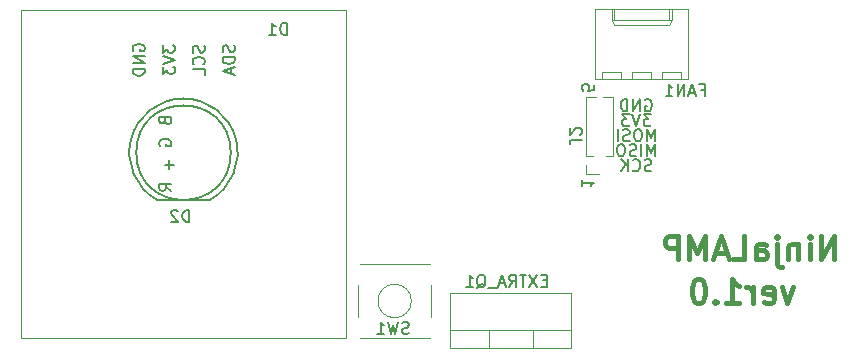
<source format=gbo>
G04 #@! TF.GenerationSoftware,KiCad,Pcbnew,(5.1.6-0-10_14)*
G04 #@! TF.CreationDate,2020-10-28T15:49:20+09:00*
G04 #@! TF.ProjectId,NinjaLAMP,4e696e6a-614c-4414-9d50-2e6b69636164,rev?*
G04 #@! TF.SameCoordinates,Original*
G04 #@! TF.FileFunction,Legend,Bot*
G04 #@! TF.FilePolarity,Positive*
%FSLAX46Y46*%
G04 Gerber Fmt 4.6, Leading zero omitted, Abs format (unit mm)*
G04 Created by KiCad (PCBNEW (5.1.6-0-10_14)) date 2020-10-28 15:49:20*
%MOMM*%
%LPD*%
G01*
G04 APERTURE LIST*
%ADD10C,0.400000*%
%ADD11C,0.150000*%
%ADD12C,0.120000*%
%ADD13C,0.127000*%
G04 APERTURE END LIST*
D10*
X185125833Y-112038428D02*
X184649642Y-113371761D01*
X184173452Y-112038428D01*
X182649642Y-113276523D02*
X182840119Y-113371761D01*
X183221071Y-113371761D01*
X183411547Y-113276523D01*
X183506785Y-113086047D01*
X183506785Y-112324142D01*
X183411547Y-112133666D01*
X183221071Y-112038428D01*
X182840119Y-112038428D01*
X182649642Y-112133666D01*
X182554404Y-112324142D01*
X182554404Y-112514619D01*
X183506785Y-112705095D01*
X181697261Y-113371761D02*
X181697261Y-112038428D01*
X181697261Y-112419380D02*
X181602023Y-112228904D01*
X181506785Y-112133666D01*
X181316309Y-112038428D01*
X181125833Y-112038428D01*
X179411547Y-113371761D02*
X180554404Y-113371761D01*
X179982976Y-113371761D02*
X179982976Y-111371761D01*
X180173452Y-111657476D01*
X180363928Y-111847952D01*
X180554404Y-111943190D01*
X178554404Y-113181285D02*
X178459166Y-113276523D01*
X178554404Y-113371761D01*
X178649642Y-113276523D01*
X178554404Y-113181285D01*
X178554404Y-113371761D01*
X177221071Y-111371761D02*
X177030595Y-111371761D01*
X176840119Y-111467000D01*
X176744880Y-111562238D01*
X176649642Y-111752714D01*
X176554404Y-112133666D01*
X176554404Y-112609857D01*
X176649642Y-112990809D01*
X176744880Y-113181285D01*
X176840119Y-113276523D01*
X177030595Y-113371761D01*
X177221071Y-113371761D01*
X177411547Y-113276523D01*
X177506785Y-113181285D01*
X177602023Y-112990809D01*
X177697261Y-112609857D01*
X177697261Y-112133666D01*
X177602023Y-111752714D01*
X177506785Y-111562238D01*
X177411547Y-111467000D01*
X177221071Y-111371761D01*
X188625357Y-109701761D02*
X188625357Y-107701761D01*
X187482500Y-109701761D01*
X187482500Y-107701761D01*
X186530119Y-109701761D02*
X186530119Y-108368428D01*
X186530119Y-107701761D02*
X186625357Y-107797000D01*
X186530119Y-107892238D01*
X186434880Y-107797000D01*
X186530119Y-107701761D01*
X186530119Y-107892238D01*
X185577738Y-108368428D02*
X185577738Y-109701761D01*
X185577738Y-108558904D02*
X185482500Y-108463666D01*
X185292023Y-108368428D01*
X185006309Y-108368428D01*
X184815833Y-108463666D01*
X184720595Y-108654142D01*
X184720595Y-109701761D01*
X183768214Y-108368428D02*
X183768214Y-110082714D01*
X183863452Y-110273190D01*
X184053928Y-110368428D01*
X184149166Y-110368428D01*
X183768214Y-107701761D02*
X183863452Y-107797000D01*
X183768214Y-107892238D01*
X183672976Y-107797000D01*
X183768214Y-107701761D01*
X183768214Y-107892238D01*
X181958690Y-109701761D02*
X181958690Y-108654142D01*
X182053928Y-108463666D01*
X182244404Y-108368428D01*
X182625357Y-108368428D01*
X182815833Y-108463666D01*
X181958690Y-109606523D02*
X182149166Y-109701761D01*
X182625357Y-109701761D01*
X182815833Y-109606523D01*
X182911071Y-109416047D01*
X182911071Y-109225571D01*
X182815833Y-109035095D01*
X182625357Y-108939857D01*
X182149166Y-108939857D01*
X181958690Y-108844619D01*
X180053928Y-109701761D02*
X181006309Y-109701761D01*
X181006309Y-107701761D01*
X179482500Y-109130333D02*
X178530119Y-109130333D01*
X179672976Y-109701761D02*
X179006309Y-107701761D01*
X178339642Y-109701761D01*
X177672976Y-109701761D02*
X177672976Y-107701761D01*
X177006309Y-109130333D01*
X176339642Y-107701761D01*
X176339642Y-109701761D01*
X175387261Y-109701761D02*
X175387261Y-107701761D01*
X174625357Y-107701761D01*
X174434880Y-107797000D01*
X174339642Y-107892238D01*
X174244404Y-108082714D01*
X174244404Y-108368428D01*
X174339642Y-108558904D01*
X174434880Y-108654142D01*
X174625357Y-108749380D01*
X175387261Y-108749380D01*
D11*
X173138214Y-102171761D02*
X172995357Y-102219380D01*
X172757261Y-102219380D01*
X172662023Y-102171761D01*
X172614404Y-102124142D01*
X172566785Y-102028904D01*
X172566785Y-101933666D01*
X172614404Y-101838428D01*
X172662023Y-101790809D01*
X172757261Y-101743190D01*
X172947738Y-101695571D01*
X173042976Y-101647952D01*
X173090595Y-101600333D01*
X173138214Y-101505095D01*
X173138214Y-101409857D01*
X173090595Y-101314619D01*
X173042976Y-101267000D01*
X172947738Y-101219380D01*
X172709642Y-101219380D01*
X172566785Y-101267000D01*
X171566785Y-102124142D02*
X171614404Y-102171761D01*
X171757261Y-102219380D01*
X171852500Y-102219380D01*
X171995357Y-102171761D01*
X172090595Y-102076523D01*
X172138214Y-101981285D01*
X172185833Y-101790809D01*
X172185833Y-101647952D01*
X172138214Y-101457476D01*
X172090595Y-101362238D01*
X171995357Y-101267000D01*
X171852500Y-101219380D01*
X171757261Y-101219380D01*
X171614404Y-101267000D01*
X171566785Y-101314619D01*
X171138214Y-102219380D02*
X171138214Y-101219380D01*
X170566785Y-102219380D02*
X170995357Y-101647952D01*
X170566785Y-101219380D02*
X171138214Y-101790809D01*
X173423928Y-100949380D02*
X173423928Y-99949380D01*
X173090595Y-100663666D01*
X172757261Y-99949380D01*
X172757261Y-100949380D01*
X172281071Y-100949380D02*
X172281071Y-99949380D01*
X171852500Y-100901761D02*
X171709642Y-100949380D01*
X171471547Y-100949380D01*
X171376309Y-100901761D01*
X171328690Y-100854142D01*
X171281071Y-100758904D01*
X171281071Y-100663666D01*
X171328690Y-100568428D01*
X171376309Y-100520809D01*
X171471547Y-100473190D01*
X171662023Y-100425571D01*
X171757261Y-100377952D01*
X171804880Y-100330333D01*
X171852500Y-100235095D01*
X171852500Y-100139857D01*
X171804880Y-100044619D01*
X171757261Y-99997000D01*
X171662023Y-99949380D01*
X171423928Y-99949380D01*
X171281071Y-99997000D01*
X170662023Y-99949380D02*
X170471547Y-99949380D01*
X170376309Y-99997000D01*
X170281071Y-100092238D01*
X170233452Y-100282714D01*
X170233452Y-100616047D01*
X170281071Y-100806523D01*
X170376309Y-100901761D01*
X170471547Y-100949380D01*
X170662023Y-100949380D01*
X170757261Y-100901761D01*
X170852500Y-100806523D01*
X170900119Y-100616047D01*
X170900119Y-100282714D01*
X170852500Y-100092238D01*
X170757261Y-99997000D01*
X170662023Y-99949380D01*
X173423928Y-99679380D02*
X173423928Y-98679380D01*
X173090595Y-99393666D01*
X172757261Y-98679380D01*
X172757261Y-99679380D01*
X172090595Y-98679380D02*
X171900119Y-98679380D01*
X171804880Y-98727000D01*
X171709642Y-98822238D01*
X171662023Y-99012714D01*
X171662023Y-99346047D01*
X171709642Y-99536523D01*
X171804880Y-99631761D01*
X171900119Y-99679380D01*
X172090595Y-99679380D01*
X172185833Y-99631761D01*
X172281071Y-99536523D01*
X172328690Y-99346047D01*
X172328690Y-99012714D01*
X172281071Y-98822238D01*
X172185833Y-98727000D01*
X172090595Y-98679380D01*
X171281071Y-99631761D02*
X171138214Y-99679380D01*
X170900119Y-99679380D01*
X170804880Y-99631761D01*
X170757261Y-99584142D01*
X170709642Y-99488904D01*
X170709642Y-99393666D01*
X170757261Y-99298428D01*
X170804880Y-99250809D01*
X170900119Y-99203190D01*
X171090595Y-99155571D01*
X171185833Y-99107952D01*
X171233452Y-99060333D01*
X171281071Y-98965095D01*
X171281071Y-98869857D01*
X171233452Y-98774619D01*
X171185833Y-98727000D01*
X171090595Y-98679380D01*
X170852500Y-98679380D01*
X170709642Y-98727000D01*
X170281071Y-99679380D02*
X170281071Y-98679380D01*
X173090595Y-97409380D02*
X172471547Y-97409380D01*
X172804880Y-97790333D01*
X172662023Y-97790333D01*
X172566785Y-97837952D01*
X172519166Y-97885571D01*
X172471547Y-97980809D01*
X172471547Y-98218904D01*
X172519166Y-98314142D01*
X172566785Y-98361761D01*
X172662023Y-98409380D01*
X172947738Y-98409380D01*
X173042976Y-98361761D01*
X173090595Y-98314142D01*
X172185833Y-97409380D02*
X171852500Y-98409380D01*
X171519166Y-97409380D01*
X171281071Y-97409380D02*
X170662023Y-97409380D01*
X170995357Y-97790333D01*
X170852500Y-97790333D01*
X170757261Y-97837952D01*
X170709642Y-97885571D01*
X170662023Y-97980809D01*
X170662023Y-98218904D01*
X170709642Y-98314142D01*
X170757261Y-98361761D01*
X170852500Y-98409380D01*
X171138214Y-98409380D01*
X171233452Y-98361761D01*
X171281071Y-98314142D01*
X172614404Y-96187000D02*
X172709642Y-96139380D01*
X172852500Y-96139380D01*
X172995357Y-96187000D01*
X173090595Y-96282238D01*
X173138214Y-96377476D01*
X173185833Y-96567952D01*
X173185833Y-96710809D01*
X173138214Y-96901285D01*
X173090595Y-96996523D01*
X172995357Y-97091761D01*
X172852500Y-97139380D01*
X172757261Y-97139380D01*
X172614404Y-97091761D01*
X172566785Y-97044142D01*
X172566785Y-96710809D01*
X172757261Y-96710809D01*
X172138214Y-97139380D02*
X172138214Y-96139380D01*
X171566785Y-97139380D01*
X171566785Y-96139380D01*
X171090595Y-97139380D02*
X171090595Y-96139380D01*
X170852500Y-96139380D01*
X170709642Y-96187000D01*
X170614404Y-96282238D01*
X170566785Y-96377476D01*
X170519166Y-96567952D01*
X170519166Y-96710809D01*
X170566785Y-96901285D01*
X170614404Y-96996523D01*
X170709642Y-97091761D01*
X170852500Y-97139380D01*
X171090595Y-97139380D01*
X168270119Y-94898904D02*
X168270119Y-95375095D01*
X167793928Y-95422714D01*
X167841547Y-95375095D01*
X167889166Y-95279857D01*
X167889166Y-95041761D01*
X167841547Y-94946523D01*
X167793928Y-94898904D01*
X167698690Y-94851285D01*
X167460595Y-94851285D01*
X167365357Y-94898904D01*
X167317738Y-94946523D01*
X167270119Y-95041761D01*
X167270119Y-95279857D01*
X167317738Y-95375095D01*
X167365357Y-95422714D01*
X167270119Y-102951285D02*
X167270119Y-103522714D01*
X167270119Y-103237000D02*
X168270119Y-103237000D01*
X168127261Y-103332238D01*
X168032023Y-103427476D01*
X167984404Y-103522714D01*
X137797261Y-91582714D02*
X137844880Y-91725571D01*
X137844880Y-91963666D01*
X137797261Y-92058904D01*
X137749642Y-92106523D01*
X137654404Y-92154142D01*
X137559166Y-92154142D01*
X137463928Y-92106523D01*
X137416309Y-92058904D01*
X137368690Y-91963666D01*
X137321071Y-91773190D01*
X137273452Y-91677952D01*
X137225833Y-91630333D01*
X137130595Y-91582714D01*
X137035357Y-91582714D01*
X136940119Y-91630333D01*
X136892500Y-91677952D01*
X136844880Y-91773190D01*
X136844880Y-92011285D01*
X136892500Y-92154142D01*
X137844880Y-92582714D02*
X136844880Y-92582714D01*
X136844880Y-92820809D01*
X136892500Y-92963666D01*
X136987738Y-93058904D01*
X137082976Y-93106523D01*
X137273452Y-93154142D01*
X137416309Y-93154142D01*
X137606785Y-93106523D01*
X137702023Y-93058904D01*
X137797261Y-92963666D01*
X137844880Y-92820809D01*
X137844880Y-92582714D01*
X137559166Y-93535095D02*
X137559166Y-94011285D01*
X137844880Y-93439857D02*
X136844880Y-93773190D01*
X137844880Y-94106523D01*
X135257261Y-91606523D02*
X135304880Y-91749380D01*
X135304880Y-91987476D01*
X135257261Y-92082714D01*
X135209642Y-92130333D01*
X135114404Y-92177952D01*
X135019166Y-92177952D01*
X134923928Y-92130333D01*
X134876309Y-92082714D01*
X134828690Y-91987476D01*
X134781071Y-91797000D01*
X134733452Y-91701761D01*
X134685833Y-91654142D01*
X134590595Y-91606523D01*
X134495357Y-91606523D01*
X134400119Y-91654142D01*
X134352500Y-91701761D01*
X134304880Y-91797000D01*
X134304880Y-92035095D01*
X134352500Y-92177952D01*
X135209642Y-93177952D02*
X135257261Y-93130333D01*
X135304880Y-92987476D01*
X135304880Y-92892238D01*
X135257261Y-92749380D01*
X135162023Y-92654142D01*
X135066785Y-92606523D01*
X134876309Y-92558904D01*
X134733452Y-92558904D01*
X134542976Y-92606523D01*
X134447738Y-92654142D01*
X134352500Y-92749380D01*
X134304880Y-92892238D01*
X134304880Y-92987476D01*
X134352500Y-93130333D01*
X134400119Y-93177952D01*
X135304880Y-94082714D02*
X135304880Y-93606523D01*
X134304880Y-93606523D01*
X131764880Y-91558904D02*
X131764880Y-92177952D01*
X132145833Y-91844619D01*
X132145833Y-91987476D01*
X132193452Y-92082714D01*
X132241071Y-92130333D01*
X132336309Y-92177952D01*
X132574404Y-92177952D01*
X132669642Y-92130333D01*
X132717261Y-92082714D01*
X132764880Y-91987476D01*
X132764880Y-91701761D01*
X132717261Y-91606523D01*
X132669642Y-91558904D01*
X131764880Y-92463666D02*
X132764880Y-92797000D01*
X131764880Y-93130333D01*
X131764880Y-93368428D02*
X131764880Y-93987476D01*
X132145833Y-93654142D01*
X132145833Y-93797000D01*
X132193452Y-93892238D01*
X132241071Y-93939857D01*
X132336309Y-93987476D01*
X132574404Y-93987476D01*
X132669642Y-93939857D01*
X132717261Y-93892238D01*
X132764880Y-93797000D01*
X132764880Y-93511285D01*
X132717261Y-93416047D01*
X132669642Y-93368428D01*
X129272500Y-92035095D02*
X129224880Y-91939857D01*
X129224880Y-91797000D01*
X129272500Y-91654142D01*
X129367738Y-91558904D01*
X129462976Y-91511285D01*
X129653452Y-91463666D01*
X129796309Y-91463666D01*
X129986785Y-91511285D01*
X130082023Y-91558904D01*
X130177261Y-91654142D01*
X130224880Y-91797000D01*
X130224880Y-91892238D01*
X130177261Y-92035095D01*
X130129642Y-92082714D01*
X129796309Y-92082714D01*
X129796309Y-91892238D01*
X130224880Y-92511285D02*
X129224880Y-92511285D01*
X130224880Y-93082714D01*
X129224880Y-93082714D01*
X130224880Y-93558904D02*
X129224880Y-93558904D01*
X129224880Y-93797000D01*
X129272500Y-93939857D01*
X129367738Y-94035095D01*
X129462976Y-94082714D01*
X129653452Y-94130333D01*
X129796309Y-94130333D01*
X129986785Y-94082714D01*
X130082023Y-94035095D01*
X130177261Y-93939857D01*
X130224880Y-93797000D01*
X130224880Y-93558904D01*
D12*
G04 #@! TO.C,J2*
X167622500Y-102457000D02*
X168732500Y-102457000D01*
X167622500Y-101697000D02*
X167622500Y-102457000D01*
X169295971Y-100937000D02*
X169842500Y-100937000D01*
X167622500Y-100937000D02*
X168169029Y-100937000D01*
X169842500Y-100937000D02*
X169842500Y-95922000D01*
X167622500Y-100937000D02*
X167622500Y-95922000D01*
X169040030Y-95922000D02*
X169842500Y-95922000D01*
X167622500Y-95922000D02*
X168424970Y-95922000D01*
G04 #@! TO.C,D1*
X147270000Y-88540000D02*
X147270000Y-116340000D01*
X119770000Y-88540000D02*
X119770000Y-116340000D01*
X147270000Y-116340000D02*
X119770000Y-116340000D01*
X147270000Y-88540000D02*
X119770000Y-88540000D01*
D13*
G04 #@! TO.C,D2*
X135766792Y-104659686D02*
X131266792Y-104659686D01*
X137516792Y-100659686D02*
G75*
G03*
X137516792Y-100659686I-4000000J0D01*
G01*
X135786626Y-104648465D02*
G75*
G03*
X131266792Y-104659686I-2269834J3988779D01*
G01*
D12*
G04 #@! TO.C,FAN1*
X168389100Y-94459800D02*
X168389100Y-88459800D01*
X168389100Y-88459800D02*
X176209100Y-88459800D01*
X176209100Y-88459800D02*
X176209100Y-94459800D01*
X176209100Y-94459800D02*
X168389100Y-94459800D01*
X169759100Y-88459800D02*
X169759100Y-89459800D01*
X169759100Y-89459800D02*
X174839100Y-89459800D01*
X174839100Y-89459800D02*
X174839100Y-88459800D01*
X169759100Y-89459800D02*
X170009100Y-89889800D01*
X170009100Y-89889800D02*
X174589100Y-89889800D01*
X174589100Y-89889800D02*
X174839100Y-89459800D01*
X170009100Y-88459800D02*
X170009100Y-89459800D01*
X174589100Y-88459800D02*
X174589100Y-89459800D01*
X168959100Y-94459800D02*
X168959100Y-93839800D01*
X168959100Y-93839800D02*
X170559100Y-93839800D01*
X170559100Y-93839800D02*
X170559100Y-94459800D01*
X171499100Y-94459800D02*
X171499100Y-93839800D01*
X171499100Y-93839800D02*
X173099100Y-93839800D01*
X173099100Y-93839800D02*
X173099100Y-94459800D01*
X174039100Y-94459800D02*
X174039100Y-93839800D01*
X174039100Y-93839800D02*
X175639100Y-93839800D01*
X175639100Y-93839800D02*
X175639100Y-94459800D01*
G04 #@! TO.C,EXTRA_Q1*
X163073500Y-117177000D02*
X163073500Y-115667000D01*
X159372500Y-117177000D02*
X159372500Y-115667000D01*
X156102500Y-115667000D02*
X166342500Y-115667000D01*
X166342500Y-117177000D02*
X166342500Y-112536000D01*
X156102500Y-117177000D02*
X156102500Y-112536000D01*
X156102500Y-112536000D02*
X166342500Y-112536000D01*
X156102500Y-117177000D02*
X166342500Y-117177000D01*
G04 #@! TO.C,SW1*
X152806714Y-113217000D02*
G75*
G03*
X152806714Y-113217000I-1414214J0D01*
G01*
X154362500Y-116337000D02*
X148422500Y-116337000D01*
X154362500Y-110097000D02*
X148422500Y-110097000D01*
X154512500Y-114557000D02*
X154512500Y-111877000D01*
X148272500Y-111877000D02*
X148272500Y-114557000D01*
G04 #@! TO.C,J2*
D11*
X167220119Y-99560333D02*
X166505833Y-99560333D01*
X166362976Y-99607952D01*
X166267738Y-99703190D01*
X166220119Y-99846047D01*
X166220119Y-99941285D01*
X167124880Y-99131761D02*
X167172500Y-99084142D01*
X167220119Y-98988904D01*
X167220119Y-98750809D01*
X167172500Y-98655571D01*
X167124880Y-98607952D01*
X167029642Y-98560333D01*
X166934404Y-98560333D01*
X166791547Y-98607952D01*
X166220119Y-99179380D01*
X166220119Y-98560333D01*
G04 #@! TO.C,D1*
X142265595Y-90669380D02*
X142265595Y-89669380D01*
X142027500Y-89669380D01*
X141884642Y-89717000D01*
X141789404Y-89812238D01*
X141741785Y-89907476D01*
X141694166Y-90097952D01*
X141694166Y-90240809D01*
X141741785Y-90431285D01*
X141789404Y-90526523D01*
X141884642Y-90621761D01*
X142027500Y-90669380D01*
X142265595Y-90669380D01*
X140741785Y-90669380D02*
X141313214Y-90669380D01*
X141027500Y-90669380D02*
X141027500Y-89669380D01*
X141122738Y-89812238D01*
X141217976Y-89907476D01*
X141313214Y-89955095D01*
G04 #@! TO.C,D2*
X133995595Y-106519380D02*
X133995595Y-105519380D01*
X133757500Y-105519380D01*
X133614642Y-105567000D01*
X133519404Y-105662238D01*
X133471785Y-105757476D01*
X133424166Y-105947952D01*
X133424166Y-106090809D01*
X133471785Y-106281285D01*
X133519404Y-106376523D01*
X133614642Y-106471761D01*
X133757500Y-106519380D01*
X133995595Y-106519380D01*
X133043214Y-105614619D02*
X132995595Y-105567000D01*
X132900357Y-105519380D01*
X132662261Y-105519380D01*
X132567023Y-105567000D01*
X132519404Y-105614619D01*
X132471785Y-105709857D01*
X132471785Y-105805095D01*
X132519404Y-105947952D01*
X133090833Y-106519380D01*
X132471785Y-106519380D01*
X131948571Y-97962514D02*
X131996190Y-98105371D01*
X132043809Y-98152990D01*
X132139047Y-98200609D01*
X132281904Y-98200609D01*
X132377142Y-98152990D01*
X132424761Y-98105371D01*
X132472380Y-98010133D01*
X132472380Y-97629181D01*
X131472380Y-97629181D01*
X131472380Y-97962514D01*
X131520000Y-98057752D01*
X131567619Y-98105371D01*
X131662857Y-98152990D01*
X131758095Y-98152990D01*
X131853333Y-98105371D01*
X131900952Y-98057752D01*
X131948571Y-97962514D01*
X131948571Y-97629181D01*
X131520000Y-100057990D02*
X131472380Y-99962752D01*
X131472380Y-99819895D01*
X131520000Y-99677038D01*
X131615238Y-99581800D01*
X131710476Y-99534181D01*
X131900952Y-99486562D01*
X132043809Y-99486562D01*
X132234285Y-99534181D01*
X132329523Y-99581800D01*
X132424761Y-99677038D01*
X132472380Y-99819895D01*
X132472380Y-99915133D01*
X132424761Y-100057990D01*
X132377142Y-100105609D01*
X132043809Y-100105609D01*
X132043809Y-99915133D01*
X132472380Y-103879209D02*
X131996190Y-103545876D01*
X132472380Y-103307781D02*
X131472380Y-103307781D01*
X131472380Y-103688733D01*
X131520000Y-103783971D01*
X131567619Y-103831590D01*
X131662857Y-103879209D01*
X131805714Y-103879209D01*
X131900952Y-103831590D01*
X131948571Y-103783971D01*
X131996190Y-103688733D01*
X131996190Y-103307781D01*
X132301428Y-101299047D02*
X132301428Y-102060952D01*
X132682380Y-101680000D02*
X131920476Y-101680000D01*
G04 #@! TO.C,FAN1*
X177298214Y-95335571D02*
X177631547Y-95335571D01*
X177631547Y-95859380D02*
X177631547Y-94859380D01*
X177155357Y-94859380D01*
X176822023Y-95573666D02*
X176345833Y-95573666D01*
X176917261Y-95859380D02*
X176583928Y-94859380D01*
X176250595Y-95859380D01*
X175917261Y-95859380D02*
X175917261Y-94859380D01*
X175345833Y-95859380D01*
X175345833Y-94859380D01*
X174345833Y-95859380D02*
X174917261Y-95859380D01*
X174631547Y-95859380D02*
X174631547Y-94859380D01*
X174726785Y-95002238D01*
X174822023Y-95097476D01*
X174917261Y-95145095D01*
G04 #@! TO.C,EXTRA_Q1*
X164263552Y-111479931D02*
X163930219Y-111479931D01*
X163787361Y-112003740D02*
X164263552Y-112003740D01*
X164263552Y-111003740D01*
X163787361Y-111003740D01*
X163454028Y-111003740D02*
X162787361Y-112003740D01*
X162787361Y-111003740D02*
X163454028Y-112003740D01*
X162549266Y-111003740D02*
X161977838Y-111003740D01*
X162263552Y-112003740D02*
X162263552Y-111003740D01*
X161073076Y-112003740D02*
X161406409Y-111527550D01*
X161644504Y-112003740D02*
X161644504Y-111003740D01*
X161263552Y-111003740D01*
X161168314Y-111051360D01*
X161120695Y-111098979D01*
X161073076Y-111194217D01*
X161073076Y-111337074D01*
X161120695Y-111432312D01*
X161168314Y-111479931D01*
X161263552Y-111527550D01*
X161644504Y-111527550D01*
X160692123Y-111718026D02*
X160215933Y-111718026D01*
X160787361Y-112003740D02*
X160454028Y-111003740D01*
X160120695Y-112003740D01*
X160025457Y-112098979D02*
X159263552Y-112098979D01*
X158358790Y-112098979D02*
X158454028Y-112051360D01*
X158549266Y-111956121D01*
X158692123Y-111813264D01*
X158787361Y-111765645D01*
X158882600Y-111765645D01*
X158834980Y-112003740D02*
X158930219Y-111956121D01*
X159025457Y-111860883D01*
X159073076Y-111670407D01*
X159073076Y-111337074D01*
X159025457Y-111146598D01*
X158930219Y-111051360D01*
X158834980Y-111003740D01*
X158644504Y-111003740D01*
X158549266Y-111051360D01*
X158454028Y-111146598D01*
X158406409Y-111337074D01*
X158406409Y-111670407D01*
X158454028Y-111860883D01*
X158549266Y-111956121D01*
X158644504Y-112003740D01*
X158834980Y-112003740D01*
X157454028Y-112003740D02*
X158025457Y-112003740D01*
X157739742Y-112003740D02*
X157739742Y-111003740D01*
X157834980Y-111146598D01*
X157930219Y-111241836D01*
X158025457Y-111289455D01*
G04 #@! TO.C,SW1*
X152596873Y-115943661D02*
X152454016Y-115991280D01*
X152215920Y-115991280D01*
X152120682Y-115943661D01*
X152073063Y-115896042D01*
X152025444Y-115800804D01*
X152025444Y-115705566D01*
X152073063Y-115610328D01*
X152120682Y-115562709D01*
X152215920Y-115515090D01*
X152406397Y-115467471D01*
X152501635Y-115419852D01*
X152549254Y-115372233D01*
X152596873Y-115276995D01*
X152596873Y-115181757D01*
X152549254Y-115086519D01*
X152501635Y-115038900D01*
X152406397Y-114991280D01*
X152168301Y-114991280D01*
X152025444Y-115038900D01*
X151692111Y-114991280D02*
X151454016Y-115991280D01*
X151263540Y-115276995D01*
X151073063Y-115991280D01*
X150834968Y-114991280D01*
X149930206Y-115991280D02*
X150501635Y-115991280D01*
X150215920Y-115991280D02*
X150215920Y-114991280D01*
X150311159Y-115134138D01*
X150406397Y-115229376D01*
X150501635Y-115276995D01*
G04 #@! TD*
M02*

</source>
